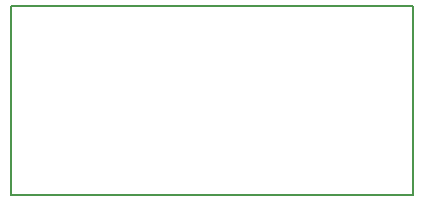
<source format=gbr>
G04 #@! TF.GenerationSoftware,KiCad,Pcbnew,5.0.2-bee76a0~70~ubuntu18.04.1*
G04 #@! TF.CreationDate,2019-11-03T18:44:30-05:00*
G04 #@! TF.ProjectId,ib4,6962342e-6b69-4636-9164-5f7063625858,rev?*
G04 #@! TF.SameCoordinates,PX1f3f830PY35c69a0*
G04 #@! TF.FileFunction,Profile,NP*
%FSLAX46Y46*%
G04 Gerber Fmt 4.6, Leading zero omitted, Abs format (unit mm)*
G04 Created by KiCad (PCBNEW 5.0.2-bee76a0~70~ubuntu18.04.1) date Sun 03 Nov 2019 06:44:30 PM EST*
%MOMM*%
%LPD*%
G01*
G04 APERTURE LIST*
%ADD10C,0.200000*%
G04 APERTURE END LIST*
D10*
X0Y0D02*
X0Y16002000D01*
X34036000Y0D02*
X0Y0D01*
X34036000Y16002000D02*
X34036000Y0D01*
X0Y16002000D02*
X34036000Y16002000D01*
M02*

</source>
